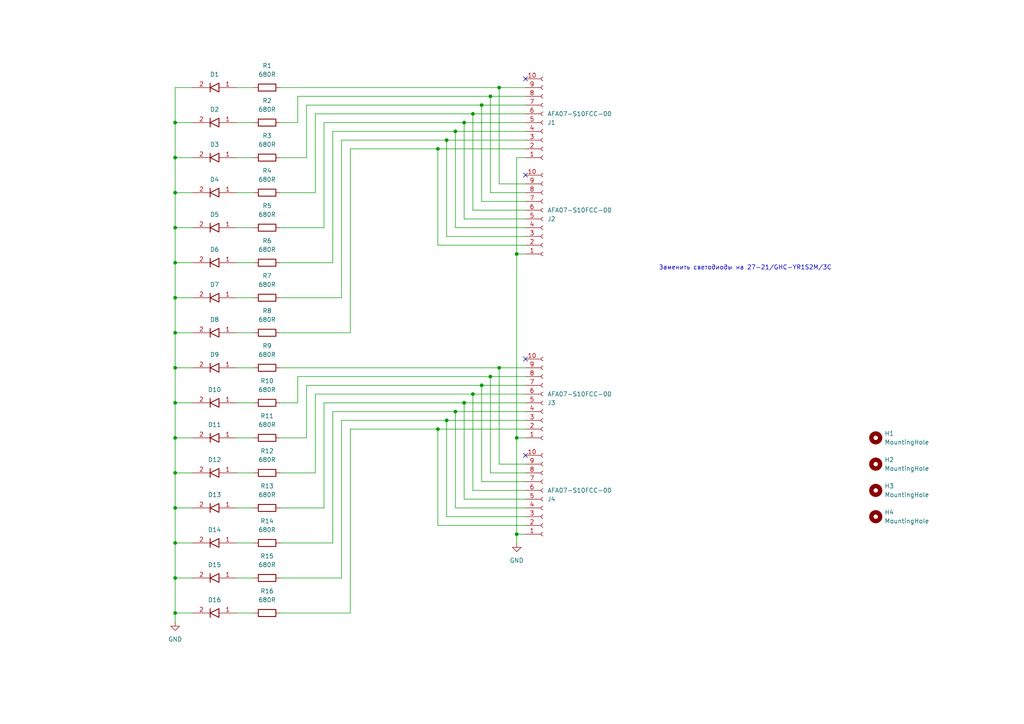
<source format=kicad_sch>
(kicad_sch (version 20231120) (generator "eeschema") (generator_version "8.0")
  (paper "A4")
  (title_block (title "${article} v${version}"))
  (lib_symbols
    (symbol "Mechanical:MountingHole" (pin_names (offset 1.016)) (exclude_from_sim yes) (in_bom no)
      (property "Reference" "H" (at 0 5.08 0))
      (property "Value" "MountingHole" (at 0 3.175 0))
      (symbol "MountingHole_0_1"
        (circle (center 0 0) (radius 1.27) (stroke (width 1.27)))
      )
    )
    (symbol "kicad_inventree_lib:12-21_GHC-YR2S2_2C"
      (property "Reference" "LED" (at -2.032 5.334 0))
      (property "Value" "12-21_GHC-YR2S2_2C" (at -2.032 2.794 0))
      (symbol "12-21_GHC-YR2S2_2C_0_1"
        (polyline (pts (xy -1.27 -1.27) (xy -1.27 -3.81)) (stroke (width 0.254)))
        (polyline (pts (xy 1.27 -1.27) (xy 1.27 -3.81) (xy -1.27 -2.54) (xy 1.27 -1.27)) (stroke (width 0.254)))
      )
      (symbol "12-21_GHC-YR2S2_2C_1_1"
        (pin passive line (at 6.35 -2.54 180) (length 5.08) (name "") (number "1"))
        (pin passive line (at -6.35 -2.54 0) (length 5.08) (name "") (number "2"))
      )
    )
    (symbol "kicad_inventree_lib:AFA07-S10FCC-00" (pin_names (offset 1.016) hide)
      (property "Reference" "J" (at 0 12.7 0))
      (property "Value" "AFA07-S10FCC-00" (at 0 -15.24 0))
      (symbol "AFA07-S10FCC-00_1_1"
        (arc (start 0 -12.192) (mid -0.5058 -12.7) (end 0 -13.208) (stroke (width 0.1524)))
        (arc (start 0 -9.652) (mid -0.5058 -10.16) (end 0 -10.668) (stroke (width 0.1524)))
        (arc (start 0 -7.112) (mid -0.5058 -7.62) (end 0 -8.128) (stroke (width 0.1524)))
        (arc (start 0 -4.572) (mid -0.5058 -5.08) (end 0 -5.588) (stroke (width 0.1524)))
        (arc (start 0 -2.032) (mid -0.5058 -2.54) (end 0 -3.048) (stroke (width 0.1524)))
        (polyline (pts (xy -1.27 -12.7) (xy -0.508 -12.7)) (stroke (width 0.1524)))
        (polyline (pts (xy -1.27 -10.16) (xy -0.508 -10.16)) (stroke (width 0.1524)))
        (polyline (pts (xy -1.27 -7.62) (xy -0.508 -7.62)) (stroke (width 0.1524)))
        (polyline (pts (xy -1.27 -5.08) (xy -0.508 -5.08)) (stroke (width 0.1524)))
        (polyline (pts (xy -1.27 -2.54) (xy -0.508 -2.54)) (stroke (width 0.1524)))
        (polyline (pts (xy -1.27 0) (xy -0.508 0)) (stroke (width 0.1524)))
        (polyline (pts (xy -1.27 2.54) (xy -0.508 2.54)) (stroke (width 0.1524)))
        (polyline (pts (xy -1.27 5.08) (xy -0.508 5.08)) (stroke (width 0.1524)))
        (polyline (pts (xy -1.27 7.62) (xy -0.508 7.62)) (stroke (width 0.1524)))
        (polyline (pts (xy -1.27 10.16) (xy -0.508 10.16)) (stroke (width 0.1524)))
        (arc (start 0 0.508) (mid -0.5058 0) (end 0 -0.508) (stroke (width 0.1524)))
        (arc (start 0 3.048) (mid -0.5058 2.54) (end 0 2.032) (stroke (width 0.1524)))
        (arc (start 0 5.588) (mid -0.5058 5.08) (end 0 4.572) (stroke (width 0.1524)))
        (arc (start 0 8.128) (mid -0.5058 7.62) (end 0 7.112) (stroke (width 0.1524)))
        (arc (start 0 10.668) (mid -0.5058 10.16) (end 0 9.652) (stroke (width 0.1524)))
        (pin passive line (at -5.08 10.16 0) (length 3.81) (name "Pin_1") (number "1"))
        (pin passive line (at -5.08 -12.7 0) (length 3.81) (name "Pin_10") (number "10"))
        (pin passive line (at -5.08 7.62 0) (length 3.81) (name "Pin_2") (number "2"))
        (pin passive line (at -5.08 5.08 0) (length 3.81) (name "Pin_3") (number "3"))
        (pin passive line (at -5.08 2.54 0) (length 3.81) (name "Pin_4") (number "4"))
        (pin passive line (at -5.08 0 0) (length 3.81) (name "Pin_5") (number "5"))
        (pin passive line (at -5.08 -2.54 0) (length 3.81) (name "Pin_6") (number "6"))
        (pin passive line (at -5.08 -5.08 0) (length 3.81) (name "Pin_7") (number "7"))
        (pin passive line (at -5.08 -7.62 0) (length 3.81) (name "Pin_8") (number "8"))
        (pin passive line (at -5.08 -10.16 0) (length 3.81) (name "Pin_9") (number "9"))
      )
    )
    (symbol "kicad_inventree_lib:R_680R_1206_1%" (pin_numbers hide) (pin_names (offset 0))
      (property "Reference" "R" (at 2.032 0 90))
      (property "Value" "680R" (at 0 0 90))
      (symbol "R_680R_1206_1%_0_1"
        (rectangle (start -1.016 -2.54) (end 1.016 2.54) (stroke (width 0.254)))
      )
      (symbol "R_680R_1206_1%_1_1"
        (pin passive line (at 0 3.81 270) (length 1.27) (name "~") (number "1"))
        (pin passive line (at 0 -3.81 90) (length 1.27) (name "~") (number "2"))
      )
    )
    (symbol "power:GND" (power) (pin_numbers hide) (pin_names (offset 0) hide)
      (property "Value" "GND" (at 0 -3.81 0))
      (symbol "GND_0_1"
        (polyline (pts (xy 0 0) (xy 0 -1.27) (xy 1.27 -1.27) (xy 0 -2.54) (xy -1.27 -1.27) (xy 0 -1.27)))
      )
      (symbol "GND_1_1"
        (pin power_in line (at 0 0 270) (length 0) (name "~") (number "1"))
      )
    )
  )
  (junction (at 50.8 147.32))
  (junction (at 50.8 157.48))
  (junction (at 127 43.18))
  (junction (at 127 124.46))
  (junction (at 50.8 127))
  (junction (at 129.54 121.92))
  (junction (at 50.8 35.56))
  (junction (at 139.7 111.76))
  (junction (at 149.86 73.66))
  (junction (at 134.62 35.56))
  (junction (at 144.78 106.68))
  (junction (at 50.8 55.88))
  (junction (at 50.8 45.72))
  (junction (at 50.8 76.2))
  (junction (at 50.8 116.84))
  (junction (at 50.8 96.52))
  (junction (at 137.16 114.3))
  (junction (at 144.78 25.4))
  (junction (at 132.08 38.1))
  (junction (at 50.8 106.68))
  (junction (at 142.24 109.22))
  (junction (at 129.54 40.64))
  (junction (at 142.24 27.94))
  (junction (at 50.8 86.36))
  (junction (at 50.8 167.64))
  (junction (at 134.62 116.84))
  (junction (at 50.8 66.04))
  (junction (at 50.8 177.8))
  (junction (at 149.86 154.94))
  (junction (at 132.08 119.38))
  (junction (at 50.8 137.16))
  (junction (at 139.7 30.48))
  (junction (at 137.16 33.02))
  (junction (at 149.86 127))
  (no_connect (at 152.4 22.86))
  (no_connect (at 152.4 132.08))
  (no_connect (at 152.4 50.8))
  (no_connect (at 152.4 104.14))
  (wire (pts (xy 134.62 35.56) (xy 152.4 35.56)))
  (wire (pts (xy 99.06 121.92) (xy 99.06 167.64)))
  (wire (pts (xy 81.28 106.68) (xy 144.78 106.68)))
  (wire (pts (xy 50.8 86.36) (xy 50.8 96.52)))
  (wire (pts (xy 144.78 25.4) (xy 152.4 25.4)))
  (wire (pts (xy 93.98 147.32) (xy 81.28 147.32)))
  (wire (pts (xy 152.4 149.86) (xy 129.54 149.86)))
  (wire (pts (xy 152.4 71.12) (xy 127 71.12)))
  (wire (pts (xy 149.86 73.66) (xy 149.86 127)))
  (wire (pts (xy 137.16 114.3) (xy 91.44 114.3)))
  (wire (pts (xy 152.4 40.64) (xy 129.54 40.64)))
  (wire (pts (xy 81.28 35.56) (xy 86.36 35.56)))
  (wire (pts (xy 152.4 114.3) (xy 137.16 114.3)))
  (wire (pts (xy 134.62 35.56) (xy 134.62 63.5)))
  (wire (pts (xy 137.16 33.02) (xy 152.4 33.02)))
  (wire (pts (xy 68.58 55.88) (xy 73.66 55.88)))
  (wire (pts (xy 55.88 96.52) (xy 50.8 96.52)))
  (wire (pts (xy 55.88 157.48) (xy 50.8 157.48)))
  (wire (pts (xy 149.86 45.72) (xy 149.86 73.66)))
  (wire (pts (xy 50.8 45.72) (xy 50.8 55.88)))
  (wire (pts (xy 134.62 116.84) (xy 93.98 116.84)))
  (wire (pts (xy 68.58 177.8) (xy 73.66 177.8)))
  (wire (pts (xy 50.8 25.4) (xy 50.8 35.56)))
  (wire (pts (xy 152.4 45.72) (xy 149.86 45.72)))
  (wire (pts (xy 96.52 119.38) (xy 96.52 157.48)))
  (wire (pts (xy 139.7 30.48) (xy 152.4 30.48)))
  (wire (pts (xy 91.44 33.02) (xy 137.16 33.02)))
  (wire (pts (xy 152.4 63.5) (xy 134.62 63.5)))
  (wire (pts (xy 88.9 30.48) (xy 139.7 30.48)))
  (wire (pts (xy 149.86 154.94) (xy 149.86 157.48)))
  (wire (pts (xy 55.88 116.84) (xy 50.8 116.84)))
  (wire (pts (xy 81.28 127) (xy 88.9 127)))
  (wire (pts (xy 149.86 127) (xy 152.4 127)))
  (wire (pts (xy 99.06 167.64) (xy 81.28 167.64)))
  (wire (pts (xy 55.88 137.16) (xy 50.8 137.16)))
  (wire (pts (xy 144.78 53.34) (xy 144.78 25.4)))
  (wire (pts (xy 93.98 35.56) (xy 134.62 35.56)))
  (wire (pts (xy 99.06 40.64) (xy 99.06 86.36)))
  (wire (pts (xy 152.4 55.88) (xy 142.24 55.88)))
  (wire (pts (xy 68.58 66.04) (xy 73.66 66.04)))
  (wire (pts (xy 127 152.4) (xy 127 124.46)))
  (wire (pts (xy 96.52 157.48) (xy 81.28 157.48)))
  (wire (pts (xy 132.08 38.1) (xy 152.4 38.1)))
  (wire (pts (xy 149.86 127) (xy 149.86 154.94)))
  (wire (pts (xy 68.58 157.48) (xy 73.66 157.48)))
  (wire (pts (xy 132.08 119.38) (xy 96.52 119.38)))
  (wire (pts (xy 50.8 55.88) (xy 50.8 66.04)))
  (wire (pts (xy 132.08 147.32) (xy 132.08 119.38)))
  (wire (pts (xy 152.4 116.84) (xy 134.62 116.84)))
  (wire (pts (xy 152.4 109.22) (xy 142.24 109.22)))
  (wire (pts (xy 68.58 86.36) (xy 73.66 86.36)))
  (wire (pts (xy 152.4 111.76) (xy 139.7 111.76)))
  (wire (pts (xy 101.6 43.18) (xy 101.6 96.52)))
  (wire (pts (xy 152.4 152.4) (xy 127 152.4)))
  (wire (pts (xy 55.88 177.8) (xy 50.8 177.8)))
  (wire (pts (xy 55.88 106.68) (xy 50.8 106.68)))
  (wire (pts (xy 129.54 68.58) (xy 129.54 40.64)))
  (wire (pts (xy 81.28 25.4) (xy 144.78 25.4)))
  (wire (pts (xy 50.8 167.64) (xy 50.8 177.8)))
  (wire (pts (xy 68.58 147.32) (xy 73.66 147.32)))
  (wire (pts (xy 91.44 55.88) (xy 81.28 55.88)))
  (wire (pts (xy 50.8 177.8) (xy 50.8 180.34)))
  (wire (pts (xy 55.88 66.04) (xy 50.8 66.04)))
  (wire (pts (xy 152.4 43.18) (xy 127 43.18)))
  (wire (pts (xy 127 43.18) (xy 101.6 43.18)))
  (wire (pts (xy 132.08 66.04) (xy 132.08 38.1)))
  (wire (pts (xy 50.8 116.84) (xy 50.8 127)))
  (wire (pts (xy 86.36 109.22) (xy 86.36 116.84)))
  (wire (pts (xy 68.58 116.84) (xy 73.66 116.84)))
  (wire (pts (xy 91.44 114.3) (xy 91.44 137.16)))
  (wire (pts (xy 129.54 121.92) (xy 99.06 121.92)))
  (wire (pts (xy 88.9 30.48) (xy 88.9 45.72)))
  (wire (pts (xy 93.98 116.84) (xy 93.98 147.32)))
  (wire (pts (xy 139.7 58.42) (xy 139.7 30.48)))
  (wire (pts (xy 152.4 134.62) (xy 144.78 134.62)))
  (wire (pts (xy 86.36 27.94) (xy 86.36 35.56)))
  (wire (pts (xy 152.4 124.46) (xy 127 124.46)))
  (wire (pts (xy 134.62 144.78) (xy 134.62 116.84)))
  (wire (pts (xy 68.58 167.64) (xy 73.66 167.64)))
  (wire (pts (xy 152.4 60.96) (xy 137.16 60.96)))
  (wire (pts (xy 142.24 55.88) (xy 142.24 27.94)))
  (wire (pts (xy 142.24 27.94) (xy 152.4 27.94)))
  (wire (pts (xy 68.58 106.68) (xy 73.66 106.68)))
  (wire (pts (xy 152.4 53.34) (xy 144.78 53.34)))
  (wire (pts (xy 68.58 25.4) (xy 73.66 25.4)))
  (wire (pts (xy 88.9 111.76) (xy 88.9 127)))
  (wire (pts (xy 152.4 58.42) (xy 139.7 58.42)))
  (wire (pts (xy 88.9 45.72) (xy 81.28 45.72)))
  (wire (pts (xy 68.58 96.52) (xy 73.66 96.52)))
  (wire (pts (xy 55.88 45.72) (xy 50.8 45.72)))
  (wire (pts (xy 96.52 38.1) (xy 96.52 76.2)))
  (wire (pts (xy 152.4 142.24) (xy 137.16 142.24)))
  (wire (pts (xy 50.8 66.04) (xy 50.8 76.2)))
  (wire (pts (xy 86.36 116.84) (xy 81.28 116.84)))
  (wire (pts (xy 86.36 27.94) (xy 142.24 27.94)))
  (wire (pts (xy 55.88 76.2) (xy 50.8 76.2)))
  (wire (pts (xy 99.06 86.36) (xy 81.28 86.36)))
  (wire (pts (xy 101.6 124.46) (xy 101.6 177.8)))
  (wire (pts (xy 137.16 60.96) (xy 137.16 33.02)))
  (wire (pts (xy 93.98 66.04) (xy 81.28 66.04)))
  (wire (pts (xy 144.78 134.62) (xy 144.78 106.68)))
  (wire (pts (xy 152.4 66.04) (xy 132.08 66.04)))
  (wire (pts (xy 152.4 119.38) (xy 132.08 119.38)))
  (wire (pts (xy 50.8 147.32) (xy 50.8 157.48)))
  (wire (pts (xy 127 124.46) (xy 101.6 124.46)))
  (wire (pts (xy 55.88 25.4) (xy 50.8 25.4)))
  (wire (pts (xy 149.86 73.66) (xy 152.4 73.66)))
  (wire (pts (xy 152.4 144.78) (xy 134.62 144.78)))
  (wire (pts (xy 55.88 55.88) (xy 50.8 55.88)))
  (wire (pts (xy 91.44 33.02) (xy 91.44 55.88)))
  (wire (pts (xy 142.24 109.22) (xy 86.36 109.22)))
  (wire (pts (xy 55.88 35.56) (xy 50.8 35.56)))
  (wire (pts (xy 152.4 147.32) (xy 132.08 147.32)))
  (wire (pts (xy 55.88 86.36) (xy 50.8 86.36)))
  (wire (pts (xy 50.8 106.68) (xy 50.8 116.84)))
  (wire (pts (xy 81.28 137.16) (xy 91.44 137.16)))
  (wire (pts (xy 55.88 167.64) (xy 50.8 167.64)))
  (wire (pts (xy 139.7 139.7) (xy 139.7 111.76)))
  (wire (pts (xy 68.58 127) (xy 73.66 127)))
  (wire (pts (xy 149.86 154.94) (xy 152.4 154.94)))
  (wire (pts (xy 96.52 38.1) (xy 132.08 38.1)))
  (wire (pts (xy 144.78 106.68) (xy 152.4 106.68)))
  (wire (pts (xy 50.8 137.16) (xy 50.8 147.32)))
  (wire (pts (xy 55.88 127) (xy 50.8 127)))
  (wire (pts (xy 50.8 96.52) (xy 50.8 106.68)))
  (wire (pts (xy 68.58 76.2) (xy 73.66 76.2)))
  (wire (pts (xy 139.7 111.76) (xy 88.9 111.76)))
  (wire (pts (xy 127 71.12) (xy 127 43.18)))
  (wire (pts (xy 129.54 40.64) (xy 99.06 40.64)))
  (wire (pts (xy 101.6 177.8) (xy 81.28 177.8)))
  (wire (pts (xy 152.4 68.58) (xy 129.54 68.58)))
  (wire (pts (xy 68.58 35.56) (xy 73.66 35.56)))
  (wire (pts (xy 50.8 35.56) (xy 50.8 45.72)))
  (wire (pts (xy 50.8 157.48) (xy 50.8 167.64)))
  (wire (pts (xy 129.54 149.86) (xy 129.54 121.92)))
  (wire (pts (xy 50.8 127) (xy 50.8 137.16)))
  (wire (pts (xy 142.24 137.16) (xy 142.24 109.22)))
  (wire (pts (xy 68.58 137.16) (xy 73.66 137.16)))
  (wire (pts (xy 96.52 76.2) (xy 81.28 76.2)))
  (wire (pts (xy 93.98 35.56) (xy 93.98 66.04)))
  (wire (pts (xy 152.4 139.7) (xy 139.7 139.7)))
  (wire (pts (xy 68.58 45.72) (xy 73.66 45.72)))
  (wire (pts (xy 50.8 76.2) (xy 50.8 86.36)))
  (wire (pts (xy 137.16 142.24) (xy 137.16 114.3)))
  (wire (pts (xy 55.88 147.32) (xy 50.8 147.32)))
  (wire (pts (xy 152.4 121.92) (xy 129.54 121.92)))
  (wire (pts (xy 101.6 96.52) (xy 81.28 96.52)))
  (wire (pts (xy 152.4 137.16) (xy 142.24 137.16)))
  (text "Заменить светодиоды на 27-21/GHC-YR1S2M/3C" (at 216.154 77.724 0) (effects (font (size 1.27 1.27))))
  (symbol (lib_id "kicad_inventree_lib:12-21_GHC-YR2S2_2C") (at 62.23 114.3 0) (unit 1)
    (property "Reference" "D10" (at 62.23 113.03 0))
    (property "Value" "12-21_GHC-YR2S2_2C" (effects (hide yes)))
    (property "Footprint" "kicad_inventree_lib:1221GHCYR2S22C" (effects (hide yes)))
    (property "Datasheet" "https://www.vtm.co.uk/PDF/Everlight/12-21-GHC-YR2S2-2C.pdf" (effects (hide yes)))
    (property "Description" "Standard LEDs - SMD Green Water Clear Right Angle" (effects (hide yes)))
    (property "Height" "1.2" (effects (hide yes)))
    (property "Manufacturer_Name" "Everlight" (effects (hide yes)))
    (property "part_ipn" "12-21/GHC-YR2S2/2C " (effects (hide yes)))
  )
  (symbol (lib_id "kicad_inventree_lib:R_680R_1206_1%") (at 77.47 177.8 90) (unit 1)
    (property "Reference" "R16" (at 77.47 171.45 90))
    (property "Value" "680R" (at 77.47 173.99 90))
    (property "Footprint" "Resistor_SMD:R_1206_3216Metric_Pad1.30x1.75mm_HandSolder" (effects (hide yes)))
    (property "Datasheet" "http://inventree.network/part/168/" (effects (hide yes)))
    (property "Description" "Resistor" (effects (hide yes)))
    (property "part_ipn" "R_680R_1206_1%" (effects (hide yes)))
  )
  (symbol (lib_id "kicad_inventree_lib:12-21_GHC-YR2S2_2C") (at 62.23 165.1 0) (unit 1)
    (property "Reference" "D15" (at 62.23 163.83 0))
    (property "Value" "12-21_GHC-YR2S2_2C" (effects (hide yes)))
    (property "Footprint" "kicad_inventree_lib:1221GHCYR2S22C" (effects (hide yes)))
    (property "Datasheet" "https://www.vtm.co.uk/PDF/Everlight/12-21-GHC-YR2S2-2C.pdf" (effects (hide yes)))
    (property "Description" "Standard LEDs - SMD Green Water Clear Right Angle" (effects (hide yes)))
    (property "Height" "1.2" (effects (hide yes)))
    (property "Manufacturer_Name" "Everlight" (effects (hide yes)))
    (property "part_ipn" "12-21/GHC-YR2S2/2C " (effects (hide yes)))
  )
  (symbol (lib_id "kicad_inventree_lib:12-21_GHC-YR2S2_2C") (at 62.23 134.62 0) (unit 1)
    (property "Reference" "D12" (at 62.23 133.35 0))
    (property "Value" "12-21_GHC-YR2S2_2C" (effects (hide yes)))
    (property "Footprint" "kicad_inventree_lib:1221GHCYR2S22C" (effects (hide yes)))
    (property "Datasheet" "https://www.vtm.co.uk/PDF/Everlight/12-21-GHC-YR2S2-2C.pdf" (effects (hide yes)))
    (property "Description" "Standard LEDs - SMD Green Water Clear Right Angle" (effects (hide yes)))
    (property "Height" "1.2" (effects (hide yes)))
    (property "Manufacturer_Name" "Everlight" (effects (hide yes)))
    (property "part_ipn" "12-21/GHC-YR2S2/2C " (effects (hide yes)))
  )
  (symbol (lib_id "kicad_inventree_lib:R_680R_1206_1%") (at 77.47 25.4 90) (unit 1)
    (property "Reference" "R1" (at 77.47 19.05 90))
    (property "Value" "680R" (at 77.47 21.59 90))
    (property "Footprint" "Resistor_SMD:R_1206_3216Metric_Pad1.30x1.75mm_HandSolder" (effects (hide yes)))
    (property "Datasheet" "http://inventree.network/part/168/" (effects (hide yes)))
    (property "Description" "Resistor" (effects (hide yes)))
    (property "part_ipn" "R_680R_1206_1%" (effects (hide yes)))
  )
  (symbol (lib_id "kicad_inventree_lib:12-21_GHC-YR2S2_2C") (at 62.23 63.5 0) (unit 1)
    (property "Reference" "D5" (at 62.23 62.23 0))
    (property "Value" "12-21_GHC-YR2S2_2C" (effects (hide yes)))
    (property "Footprint" "kicad_inventree_lib:1221GHCYR2S22C" (effects (hide yes)))
    (property "Datasheet" "https://www.vtm.co.uk/PDF/Everlight/12-21-GHC-YR2S2-2C.pdf" (effects (hide yes)))
    (property "Description" "Standard LEDs - SMD Green Water Clear Right Angle" (effects (hide yes)))
    (property "Height" "1.2" (effects (hide yes)))
    (property "Manufacturer_Name" "Everlight" (effects (hide yes)))
    (property "part_ipn" "12-21/GHC-YR2S2/2C " (effects (hide yes)))
  )
  (symbol (lib_id "kicad_inventree_lib:12-21_GHC-YR2S2_2C") (at 62.23 43.18 0) (unit 1)
    (property "Reference" "D3" (at 62.23 41.91 0))
    (property "Value" "12-21_GHC-YR2S2_2C" (effects (hide yes)))
    (property "Footprint" "kicad_inventree_lib:1221GHCYR2S22C" (effects (hide yes)))
    (property "Datasheet" "https://www.vtm.co.uk/PDF/Everlight/12-21-GHC-YR2S2-2C.pdf" (effects (hide yes)))
    (property "Description" "Standard LEDs - SMD Green Water Clear Right Angle" (effects (hide yes)))
    (property "Height" "1.2" (effects (hide yes)))
    (property "Manufacturer_Name" "Everlight" (effects (hide yes)))
    (property "part_ipn" "12-21/GHC-YR2S2/2C " (effects (hide yes)))
  )
  (symbol (lib_id "kicad_inventree_lib:R_680R_1206_1%") (at 77.47 157.48 90) (unit 1)
    (property "Reference" "R14" (at 77.47 151.13 90))
    (property "Value" "680R" (at 77.47 153.67 90))
    (property "Footprint" "Resistor_SMD:R_1206_3216Metric_Pad1.30x1.75mm_HandSolder" (effects (hide yes)))
    (property "Datasheet" "http://inventree.network/part/168/" (effects (hide yes)))
    (property "Description" "Resistor" (effects (hide yes)))
    (property "part_ipn" "R_680R_1206_1%" (effects (hide yes)))
  )
  (symbol (lib_id "Mechanical:MountingHole") (at 254 142.24 0) (unit 1) (exclude_from_sim yes) (in_bom no)
    (property "Reference" "H3" (at 256.54 140.9699 0) (effects (justify left)))
    (property "Value" "MountingHole" (at 256.54 143.5099 0) (effects (justify left)))
    (property "Footprint" "MountingHole:MountingHole_2.2mm_M2" (effects (hide yes)))
    (property "Description" "Mounting Hole without connection" (effects (hide yes)))
  )
  (symbol (lib_id "kicad_inventree_lib:12-21_GHC-YR2S2_2C") (at 62.23 83.82 0) (unit 1)
    (property "Reference" "D7" (at 62.23 82.55 0))
    (property "Value" "12-21_GHC-YR2S2_2C" (effects (hide yes)))
    (property "Footprint" "kicad_inventree_lib:1221GHCYR2S22C" (effects (hide yes)))
    (property "Datasheet" "https://www.vtm.co.uk/PDF/Everlight/12-21-GHC-YR2S2-2C.pdf" (effects (hide yes)))
    (property "Description" "Standard LEDs - SMD Green Water Clear Right Angle" (effects (hide yes)))
    (property "Height" "1.2" (effects (hide yes)))
    (property "Manufacturer_Name" "Everlight" (effects (hide yes)))
    (property "part_ipn" "12-21/GHC-YR2S2/2C " (effects (hide yes)))
  )
  (symbol (lib_id "kicad_inventree_lib:12-21_GHC-YR2S2_2C") (at 62.23 73.66 0) (unit 1)
    (property "Reference" "D6" (at 62.23 72.39 0))
    (property "Value" "12-21_GHC-YR2S2_2C" (effects (hide yes)))
    (property "Footprint" "kicad_inventree_lib:1221GHCYR2S22C" (effects (hide yes)))
    (property "Datasheet" "https://www.vtm.co.uk/PDF/Everlight/12-21-GHC-YR2S2-2C.pdf" (effects (hide yes)))
    (property "Description" "Standard LEDs - SMD Green Water Clear Right Angle" (effects (hide yes)))
    (property "Height" "1.2" (effects (hide yes)))
    (property "Manufacturer_Name" "Everlight" (effects (hide yes)))
    (property "part_ipn" "12-21/GHC-YR2S2/2C " (effects (hide yes)))
  )
  (symbol (lib_id "Mechanical:MountingHole") (at 254 149.86 0) (unit 1) (exclude_from_sim yes) (in_bom no)
    (property "Reference" "H4" (at 256.54 148.5899 0) (effects (justify left)))
    (property "Value" "MountingHole" (at 256.54 151.1299 0) (effects (justify left)))
    (property "Footprint" "MountingHole:MountingHole_2.2mm_M2" (effects (hide yes)))
    (property "Description" "Mounting Hole without connection" (effects (hide yes)))
  )
  (symbol (lib_id "kicad_inventree_lib:R_680R_1206_1%") (at 77.47 137.16 90) (unit 1)
    (property "Reference" "R12" (at 77.47 130.81 90))
    (property "Value" "680R" (at 77.47 133.35 90))
    (property "Footprint" "Resistor_SMD:R_1206_3216Metric_Pad1.30x1.75mm_HandSolder" (effects (hide yes)))
    (property "Datasheet" "http://inventree.network/part/168/" (effects (hide yes)))
    (property "Description" "Resistor" (effects (hide yes)))
    (property "part_ipn" "R_680R_1206_1%" (effects (hide yes)))
  )
  (symbol (lib_id "kicad_inventree_lib:R_680R_1206_1%") (at 77.47 147.32 90) (unit 1)
    (property "Reference" "R13" (at 77.47 140.97 90))
    (property "Value" "680R" (at 77.47 143.51 90))
    (property "Footprint" "Resistor_SMD:R_1206_3216Metric_Pad1.30x1.75mm_HandSolder" (effects (hide yes)))
    (property "Datasheet" "http://inventree.network/part/168/" (effects (hide yes)))
    (property "Description" "Resistor" (effects (hide yes)))
    (property "part_ipn" "R_680R_1206_1%" (effects (hide yes)))
  )
  (symbol (lib_id "Mechanical:MountingHole") (at 254 127 0) (unit 1) (exclude_from_sim yes) (in_bom no)
    (property "Reference" "H1" (at 256.54 125.7299 0) (effects (justify left)))
    (property "Value" "MountingHole" (at 256.54 128.2699 0) (effects (justify left)))
    (property "Footprint" "MountingHole:MountingHole_2.2mm_M2" (effects (hide yes)))
    (property "Description" "Mounting Hole without connection" (effects (hide yes)))
  )
  (symbol (lib_id "kicad_inventree_lib:R_680R_1206_1%") (at 77.47 55.88 90) (unit 1)
    (property "Reference" "R4" (at 77.47 49.53 90))
    (property "Value" "680R" (at 77.47 52.07 90))
    (property "Footprint" "Resistor_SMD:R_1206_3216Metric_Pad1.30x1.75mm_HandSolder" (effects (hide yes)))
    (property "Datasheet" "http://inventree.network/part/168/" (effects (hide yes)))
    (property "Description" "Resistor" (effects (hide yes)))
    (property "part_ipn" "R_680R_1206_1%" (effects (hide yes)))
  )
  (symbol (lib_id "power:GND") (at 149.86 157.48 0) (unit 1)
    (property "Reference" "#PWR02" (effects (hide yes)))
    (property "Value" "GND" (at 149.86 162.56 0))
    (property "Description" "Power symbol creates a global label with name \"GND\" , ground" (effects (hide yes)))
  )
  (symbol (lib_id "kicad_inventree_lib:R_680R_1206_1%") (at 77.47 86.36 90) (unit 1)
    (property "Reference" "R7" (at 77.47 80.01 90))
    (property "Value" "680R" (at 77.47 82.55 90))
    (property "Footprint" "Resistor_SMD:R_1206_3216Metric_Pad1.30x1.75mm_HandSolder" (effects (hide yes)))
    (property "Datasheet" "http://inventree.network/part/168/" (effects (hide yes)))
    (property "Description" "Resistor" (effects (hide yes)))
    (property "part_ipn" "R_680R_1206_1%" (effects (hide yes)))
  )
  (symbol (lib_id "kicad_inventree_lib:R_680R_1206_1%") (at 77.47 35.56 90) (unit 1)
    (property "Reference" "R2" (at 77.47 29.21 90))
    (property "Value" "680R" (at 77.47 31.75 90))
    (property "Footprint" "Resistor_SMD:R_1206_3216Metric_Pad1.30x1.75mm_HandSolder" (effects (hide yes)))
    (property "Datasheet" "http://inventree.network/part/168/" (effects (hide yes)))
    (property "Description" "Resistor" (effects (hide yes)))
    (property "part_ipn" "R_680R_1206_1%" (effects (hide yes)))
  )
  (symbol (lib_id "kicad_inventree_lib:12-21_GHC-YR2S2_2C") (at 62.23 93.98 0) (unit 1)
    (property "Reference" "D8" (at 62.23 92.71 0))
    (property "Value" "12-21_GHC-YR2S2_2C" (effects (hide yes)))
    (property "Footprint" "kicad_inventree_lib:1221GHCYR2S22C" (effects (hide yes)))
    (property "Datasheet" "https://www.vtm.co.uk/PDF/Everlight/12-21-GHC-YR2S2-2C.pdf" (effects (hide yes)))
    (property "Description" "Standard LEDs - SMD Green Water Clear Right Angle" (effects (hide yes)))
    (property "Height" "1.2" (effects (hide yes)))
    (property "Manufacturer_Name" "Everlight" (effects (hide yes)))
    (property "part_ipn" "12-21/GHC-YR2S2/2C " (effects (hide yes)))
  )
  (symbol (lib_id "kicad_inventree_lib:R_680R_1206_1%") (at 77.47 167.64 90) (unit 1)
    (property "Reference" "R15" (at 77.47 161.29 90))
    (property "Value" "680R" (at 77.47 163.83 90))
    (property "Footprint" "Resistor_SMD:R_1206_3216Metric_Pad1.30x1.75mm_HandSolder" (effects (hide yes)))
    (property "Datasheet" "http://inventree.network/part/168/" (effects (hide yes)))
    (property "Description" "Resistor" (effects (hide yes)))
    (property "part_ipn" "R_680R_1206_1%" (effects (hide yes)))
  )
  (symbol (lib_id "kicad_inventree_lib:12-21_GHC-YR2S2_2C") (at 62.23 104.14 0) (unit 1)
    (property "Reference" "D9" (at 62.23 102.87 0))
    (property "Value" "12-21_GHC-YR2S2_2C" (effects (hide yes)))
    (property "Footprint" "kicad_inventree_lib:1221GHCYR2S22C" (effects (hide yes)))
    (property "Datasheet" "https://www.vtm.co.uk/PDF/Everlight/12-21-GHC-YR2S2-2C.pdf" (effects (hide yes)))
    (property "Description" "Standard LEDs - SMD Green Water Clear Right Angle" (effects (hide yes)))
    (property "Height" "1.2" (effects (hide yes)))
    (property "Manufacturer_Name" "Everlight" (effects (hide yes)))
    (property "part_ipn" "12-21/GHC-YR2S2/2C " (effects (hide yes)))
  )
  (symbol (lib_id "kicad_inventree_lib:R_680R_1206_1%") (at 77.47 66.04 90) (unit 1)
    (property "Reference" "R5" (at 77.47 59.69 90))
    (property "Value" "680R" (at 77.47 62.23 90))
    (property "Footprint" "Resistor_SMD:R_1206_3216Metric_Pad1.30x1.75mm_HandSolder" (effects (hide yes)))
    (property "Datasheet" "http://inventree.network/part/168/" (effects (hide yes)))
    (property "Description" "Resistor" (effects (hide yes)))
    (property "part_ipn" "R_680R_1206_1%" (effects (hide yes)))
  )
  (symbol (lib_id "kicad_inventree_lib:R_680R_1206_1%") (at 77.47 116.84 90) (unit 1)
    (property "Reference" "R10" (at 77.47 110.49 90))
    (property "Value" "680R" (at 77.47 113.03 90))
    (property "Footprint" "Resistor_SMD:R_1206_3216Metric_Pad1.30x1.75mm_HandSolder" (effects (hide yes)))
    (property "Datasheet" "http://inventree.network/part/168/" (effects (hide yes)))
    (property "Description" "Resistor" (effects (hide yes)))
    (property "part_ipn" "R_680R_1206_1%" (effects (hide yes)))
  )
  (symbol (lib_id "kicad_inventree_lib:R_680R_1206_1%") (at 77.47 45.72 90) (unit 1)
    (property "Reference" "R3" (at 77.47 39.37 90))
    (property "Value" "680R" (at 77.47 41.91 90))
    (property "Footprint" "Resistor_SMD:R_1206_3216Metric_Pad1.30x1.75mm_HandSolder" (effects (hide yes)))
    (property "Datasheet" "http://inventree.network/part/168/" (effects (hide yes)))
    (property "Description" "Resistor" (effects (hide yes)))
    (property "part_ipn" "R_680R_1206_1%" (effects (hide yes)))
  )
  (symbol (lib_id "kicad_inventree_lib:AFA07-S10FCC-00") (at 157.48 63.5 0) (mirror x) (unit 1)
    (property "Reference" "J2" (at 158.75 63.5001 0) (effects (justify left)))
    (property "Value" "AFA07-S10FCC-00" (at 158.75 60.9601 0) (effects (justify left)))
    (property "Footprint" "kicad_inventree_lib:CONN10_AFA07-S10_JUS" (effects (hide yes)))
    (property "Datasheet" "http://inventree.network/part/170/" (effects (hide yes)))
    (property "Description" "Generic connector, single row, 01x10, script generated" (effects (hide yes)))
    (property "part_ipn" "AFA07-S10FCC-00" (effects (hide yes)))
  )
  (symbol (lib_id "kicad_inventree_lib:R_680R_1206_1%") (at 77.47 106.68 90) (unit 1)
    (property "Reference" "R9" (at 77.47 100.33 90))
    (property "Value" "680R" (at 77.47 102.87 90))
    (property "Footprint" "Resistor_SMD:R_1206_3216Metric_Pad1.30x1.75mm_HandSolder" (effects (hide yes)))
    (property "Datasheet" "http://inventree.network/part/168/" (effects (hide yes)))
    (property "Description" "Resistor" (effects (hide yes)))
    (property "part_ipn" "R_680R_1206_1%" (effects (hide yes)))
  )
  (symbol (lib_id "kicad_inventree_lib:12-21_GHC-YR2S2_2C") (at 62.23 53.34 0) (unit 1)
    (property "Reference" "D4" (at 62.23 52.07 0))
    (property "Value" "12-21_GHC-YR2S2_2C" (effects (hide yes)))
    (property "Footprint" "kicad_inventree_lib:1221GHCYR2S22C" (effects (hide yes)))
    (property "Datasheet" "https://www.vtm.co.uk/PDF/Everlight/12-21-GHC-YR2S2-2C.pdf" (effects (hide yes)))
    (property "Description" "Standard LEDs - SMD Green Water Clear Right Angle" (effects (hide yes)))
    (property "Height" "1.2" (effects (hide yes)))
    (property "Manufacturer_Name" "Everlight" (effects (hide yes)))
    (property "part_ipn" "12-21/GHC-YR2S2/2C " (effects (hide yes)))
  )
  (symbol (lib_id "kicad_inventree_lib:R_680R_1206_1%") (at 77.47 127 90) (unit 1)
    (property "Reference" "R11" (at 77.47 120.65 90))
    (property "Value" "680R" (at 77.47 123.19 90))
    (property "Footprint" "Resistor_SMD:R_1206_3216Metric_Pad1.30x1.75mm_HandSolder" (effects (hide yes)))
    (property "Datasheet" "http://inventree.network/part/168/" (effects (hide yes)))
    (property "Description" "Resistor" (effects (hide yes)))
    (property "part_ipn" "R_680R_1206_1%" (effects (hide yes)))
  )
  (symbol (lib_id "kicad_inventree_lib:R_680R_1206_1%") (at 77.47 96.52 90) (unit 1)
    (property "Reference" "R8" (at 77.47 90.17 90))
    (property "Value" "680R" (at 77.47 92.71 90))
    (property "Footprint" "Resistor_SMD:R_1206_3216Metric_Pad1.30x1.75mm_HandSolder" (effects (hide yes)))
    (property "Datasheet" "http://inventree.network/part/168/" (effects (hide yes)))
    (property "Description" "Resistor" (effects (hide yes)))
    (property "part_ipn" "R_680R_1206_1%" (effects (hide yes)))
  )
  (symbol (lib_id "kicad_inventree_lib:AFA07-S10FCC-00") (at 157.48 116.84 0) (mirror x) (unit 1)
    (property "Reference" "J3" (at 158.75 116.8401 0) (effects (justify left)))
    (property "Value" "AFA07-S10FCC-00" (at 158.75 114.3001 0) (effects (justify left)))
    (property "Footprint" "kicad_inventree_lib:CONN10_AFA07-S10_JUS" (effects (hide yes)))
    (property "Datasheet" "http://inventree.network/part/170/" (effects (hide yes)))
    (property "Description" "Generic connector, single row, 01x10, script generated" (effects (hide yes)))
    (property "part_ipn" "AFA07-S10FCC-00" (effects (hide yes)))
  )
  (symbol (lib_id "Mechanical:MountingHole") (at 254 134.62 0) (unit 1) (exclude_from_sim yes) (in_bom no)
    (property "Reference" "H2" (at 256.54 133.3499 0) (effects (justify left)))
    (property "Value" "MountingHole" (at 256.54 135.8899 0) (effects (justify left)))
    (property "Footprint" "MountingHole:MountingHole_2.2mm_M2" (effects (hide yes)))
    (property "Description" "Mounting Hole without connection" (effects (hide yes)))
  )
  (symbol (lib_id "kicad_inventree_lib:12-21_GHC-YR2S2_2C") (at 62.23 175.26 0) (unit 1)
    (property "Reference" "D16" (at 62.23 173.99 0))
    (property "Value" "12-21_GHC-YR2S2_2C" (effects (hide yes)))
    (property "Footprint" "kicad_inventree_lib:1221GHCYR2S22C" (effects (hide yes)))
    (property "Datasheet" "https://www.vtm.co.uk/PDF/Everlight/12-21-GHC-YR2S2-2C.pdf" (effects (hide yes)))
    (property "Description" "Standard LEDs - SMD Green Water Clear Right Angle" (effects (hide yes)))
    (property "Height" "1.2" (effects (hide yes)))
    (property "Manufacturer_Name" "Everlight" (effects (hide yes)))
    (property "part_ipn" "12-21/GHC-YR2S2/2C " (effects (hide yes)))
  )
  (symbol (lib_id "kicad_inventree_lib:12-21_GHC-YR2S2_2C") (at 62.23 22.86 0) (unit 1)
    (property "Reference" "D1" (at 62.23 21.59 0))
    (property "Value" "12-21_GHC-YR2S2_2C" (effects (hide yes)))
    (property "Footprint" "kicad_inventree_lib:1221GHCYR2S22C" (effects (hide yes)))
    (property "Datasheet" "https://www.vtm.co.uk/PDF/Everlight/12-21-GHC-YR2S2-2C.pdf" (effects (hide yes)))
    (property "Description" "Standard LEDs - SMD Green Water Clear Right Angle" (effects (hide yes)))
    (property "Height" "1.2" (effects (hide yes)))
    (property "Manufacturer_Name" "Everlight" (effects (hide yes)))
    (property "part_ipn" "12-21/GHC-YR2S2/2C " (effects (hide yes)))
  )
  (symbol (lib_id "kicad_inventree_lib:12-21_GHC-YR2S2_2C") (at 62.23 144.78 0) (unit 1)
    (property "Reference" "D13" (at 62.23 143.51 0))
    (property "Value" "12-21_GHC-YR2S2_2C" (effects (hide yes)))
    (property "Footprint" "kicad_inventree_lib:1221GHCYR2S22C" (effects (hide yes)))
    (property "Datasheet" "https://www.vtm.co.uk/PDF/Everlight/12-21-GHC-YR2S2-2C.pdf" (effects (hide yes)))
    (property "Description" "Standard LEDs - SMD Green Water Clear Right Angle" (effects (hide yes)))
    (property "Height" "1.2" (effects (hide yes)))
    (property "Manufacturer_Name" "Everlight" (effects (hide yes)))
    (property "part_ipn" "12-21/GHC-YR2S2/2C " (effects (hide yes)))
  )
  (symbol (lib_id "kicad_inventree_lib:R_680R_1206_1%") (at 77.47 76.2 90) (unit 1)
    (property "Reference" "R6" (at 77.47 69.85 90))
    (property "Value" "680R" (at 77.47 72.39 90))
    (property "Footprint" "Resistor_SMD:R_1206_3216Metric_Pad1.30x1.75mm_HandSolder" (effects (hide yes)))
    (property "Datasheet" "http://inventree.network/part/168/" (effects (hide yes)))
    (property "Description" "Resistor" (effects (hide yes)))
    (property "part_ipn" "R_680R_1206_1%" (effects (hide yes)))
  )
  (symbol (lib_id "kicad_inventree_lib:12-21_GHC-YR2S2_2C") (at 62.23 124.46 0) (unit 1)
    (property "Reference" "D11" (at 62.23 123.19 0))
    (property "Value" "12-21_GHC-YR2S2_2C" (effects (hide yes)))
    (property "Footprint" "kicad_inventree_lib:1221GHCYR2S22C" (effects (hide yes)))
    (property "Datasheet" "https://www.vtm.co.uk/PDF/Everlight/12-21-GHC-YR2S2-2C.pdf" (effects (hide yes)))
    (property "Description" "Standard LEDs - SMD Green Water Clear Right Angle" (effects (hide yes)))
    (property "Height" "1.2" (effects (hide yes)))
    (property "Manufacturer_Name" "Everlight" (effects (hide yes)))
    (property "part_ipn" "12-21/GHC-YR2S2/2C " (effects (hide yes)))
  )
  (symbol (lib_id "kicad_inventree_lib:AFA07-S10FCC-00") (at 157.48 144.78 0) (mirror x) (unit 1)
    (property "Reference" "J4" (at 158.75 144.7801 0) (effects (justify left)))
    (property "Value" "AFA07-S10FCC-00" (at 158.75 142.2401 0) (effects (justify left)))
    (property "Footprint" "kicad_inventree_lib:CONN10_AFA07-S10_JUS" (effects (hide yes)))
    (property "Datasheet" "http://inventree.network/part/170/" (effects (hide yes)))
    (property "Description" "Generic connector, single row, 01x10, script generated" (effects (hide yes)))
    (property "part_ipn" "AFA07-S10FCC-00" (effects (hide yes)))
  )
  (symbol (lib_id "kicad_inventree_lib:12-21_GHC-YR2S2_2C") (at 62.23 154.94 0) (unit 1)
    (property "Reference" "D14" (at 62.23 153.67 0))
    (property "Value" "12-21_GHC-YR2S2_2C" (effects (hide yes)))
    (property "Footprint" "kicad_inventree_lib:1221GHCYR2S22C" (effects (hide yes)))
    (property "Datasheet" "https://www.vtm.co.uk/PDF/Everlight/12-21-GHC-YR2S2-2C.pdf" (effects (hide yes)))
    (property "Description" "Standard LEDs - SMD Green Water Clear Right Angle" (effects (hide yes)))
    (property "Height" "1.2" (effects (hide yes)))
    (property "Manufacturer_Name" "Everlight" (effects (hide yes)))
    (property "part_ipn" "12-21/GHC-YR2S2/2C " (effects (hide yes)))
  )
  (symbol (lib_id "power:GND") (at 50.8 180.34 0) (unit 1)
    (property "Reference" "#PWR01" (effects (hide yes)))
    (property "Value" "GND" (at 50.8 185.42 0))
    (property "Description" "Power symbol creates a global label with name \"GND\" , ground" (effects (hide yes)))
  )
  (symbol (lib_id "kicad_inventree_lib:12-21_GHC-YR2S2_2C") (at 62.23 33.02 0) (unit 1)
    (property "Reference" "D2" (at 62.23 31.75 0))
    (property "Value" "12-21_GHC-YR2S2_2C" (effects (hide yes)))
    (property "Footprint" "kicad_inventree_lib:1221GHCYR2S22C" (effects (hide yes)))
    (property "Datasheet" "https://www.vtm.co.uk/PDF/Everlight/12-21-GHC-YR2S2-2C.pdf" (effects (hide yes)))
    (property "Description" "Standard LEDs - SMD Green Water Clear Right Angle" (effects (hide yes)))
    (property "Height" "1.2" (effects (hide yes)))
    (property "Manufacturer_Name" "Everlight" (effects (hide yes)))
    (property "part_ipn" "12-21/GHC-YR2S2/2C " (effects (hide yes)))
  )
  (symbol (lib_id "kicad_inventree_lib:AFA07-S10FCC-00") (at 157.48 35.56 0) (mirror x) (unit 1)
    (property "Reference" "J1" (at 158.75 35.5601 0) (effects (justify left)))
    (property "Value" "AFA07-S10FCC-00" (at 158.75 33.0201 0) (effects (justify left)))
    (property "Footprint" "kicad_inventree_lib:CONN10_AFA07-S10_JUS" (effects (hide yes)))
    (property "Datasheet" "http://inventree.network/part/170/" (effects (hide yes)))
    (property "Description" "Generic connector, single row, 01x10, script generated" (effects (hide yes)))
    (property "part_ipn" "AFA07-S10FCC-00" (effects (hide yes)))
  )
)
</source>
